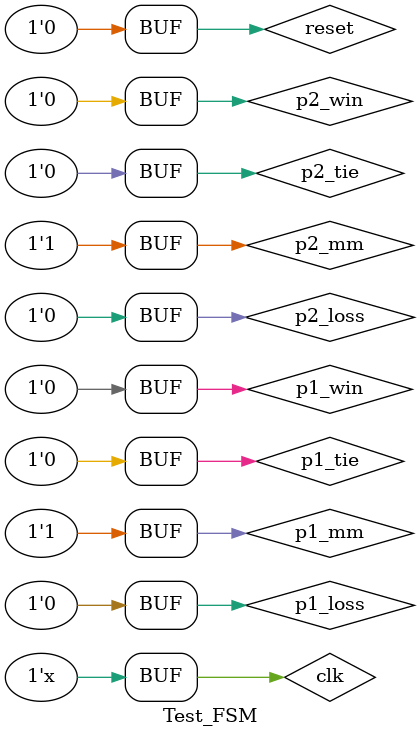
<source format=v>
`timescale 1ns / 1ps


module Test_FSM;

	// Inputs
	reg clk;
	reg reset;
	reg p1_mm;
	reg p2_mm;
	reg p1_tie;
	reg p1_loss;
	reg p1_win;
	reg p2_tie;
	reg p2_loss;
	reg p2_win;

	// Outputs
	wire [2:0] state;
	wire verifica_status;
	wire turno_p1;
	wire turno_p2;

	// Instantiate the Unit Under Test (UUT)
	Gato_FSM uut (
		.clk(clk), 
		.reset(reset), 
		.state(state), 
		.p1_mm(p1_mm), 
		.p2_mm(p2_mm), 
		.p1_tie(p1_tie), 
		.p1_loss(p1_loss), 
		.p1_win(p1_win), 
		.p2_tie(p2_tie), 
		.p2_loss(p2_loss), 
		.p2_win(p2_win), 
		.verifica_status(verifica_status), 
		.turno_p1(turno_p1), 
		.turno_p2(turno_p2)
	);
	
	always 
		#5 clk = ~clk;

	initial begin
		// Initialize Inputs
		clk = 1;
		reset = 0;
		p1_mm = 0;
		p2_mm = 0;
		p1_tie = 0;
		p1_loss = 0;
		p1_win = 0;
		p2_tie = 0;
		p2_loss = 0;
		p2_win = 0;

		// Wait 100 ns for global reset to finish
		#10;
		p1_mm = 1'b1;
		
		#30;
		p2_mm = 1'b1;
		
		/*#10;
		p1_mm = 1'b1;
		p2_mm = 1'b0;
		
		#10;
		p1_mm = 1'b0;
		p2_mm = 1'b1;
		
		#10;
		p1_mm = 1'b1;
		p2_mm = 1'b0;
		
		#10;
		p1_mm = 1'b0;
		p2_mm = 1'b1;*/
        
		// Add stimulus here

	end
      
endmodule


</source>
